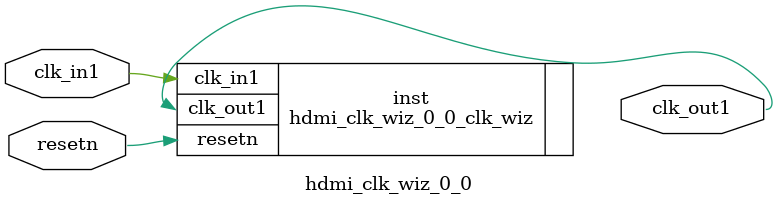
<source format=v>


`timescale 1ps/1ps

(* CORE_GENERATION_INFO = "hdmi_clk_wiz_0_0,clk_wiz_v6_0_1_0_0,{component_name=hdmi_clk_wiz_0_0,use_phase_alignment=true,use_min_o_jitter=false,use_max_i_jitter=false,use_dyn_phase_shift=false,use_inclk_switchover=false,use_dyn_reconfig=false,enable_axi=0,feedback_source=FDBK_AUTO,PRIMITIVE=MMCM,num_out_clk=1,clkin1_period=10.000,clkin2_period=10.000,use_power_down=false,use_reset=true,use_locked=false,use_inclk_stopped=false,feedback_type=SINGLE,CLOCK_MGR_TYPE=NA,manual_override=false}" *)

module hdmi_clk_wiz_0_0 
 (
  // Clock out ports
  output        clk_out1,
  // Status and control signals
  input         resetn,
 // Clock in ports
  input         clk_in1
 );

  hdmi_clk_wiz_0_0_clk_wiz inst
  (
  // Clock out ports  
  .clk_out1(clk_out1),
  // Status and control signals               
  .resetn(resetn), 
 // Clock in ports
  .clk_in1(clk_in1)
  );

endmodule

</source>
